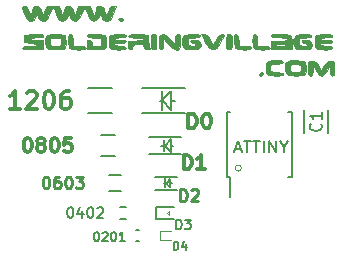
<source format=gto>
G04 #@! TF.FileFunction,Legend,Top*
%FSLAX46Y46*%
G04 Gerber Fmt 4.6, Leading zero omitted, Abs format (unit mm)*
G04 Created by KiCad (PCBNEW 4.0.6) date 10/10/19 11:50:36*
%MOMM*%
%LPD*%
G01*
G04 APERTURE LIST*
%ADD10C,0.100000*%
%ADD11C,0.150000*%
%ADD12C,0.200000*%
%ADD13C,0.250000*%
%ADD14C,0.300000*%
%ADD15C,0.010000*%
%ADD16C,0.175000*%
%ADD17C,0.312500*%
G04 APERTURE END LIST*
D10*
D11*
X202202143Y-103214714D02*
X202274715Y-103214714D01*
X202347286Y-103251000D01*
X202383572Y-103287286D01*
X202419858Y-103359857D01*
X202456143Y-103505000D01*
X202456143Y-103686429D01*
X202419858Y-103831571D01*
X202383572Y-103904143D01*
X202347286Y-103940429D01*
X202274715Y-103976714D01*
X202202143Y-103976714D01*
X202129572Y-103940429D01*
X202093286Y-103904143D01*
X202057001Y-103831571D01*
X202020715Y-103686429D01*
X202020715Y-103505000D01*
X202057001Y-103359857D01*
X202093286Y-103287286D01*
X202129572Y-103251000D01*
X202202143Y-103214714D01*
X202746429Y-103287286D02*
X202782715Y-103251000D01*
X202855286Y-103214714D01*
X203036715Y-103214714D01*
X203109286Y-103251000D01*
X203145572Y-103287286D01*
X203181857Y-103359857D01*
X203181857Y-103432429D01*
X203145572Y-103541286D01*
X202710143Y-103976714D01*
X203181857Y-103976714D01*
X203653571Y-103214714D02*
X203726143Y-103214714D01*
X203798714Y-103251000D01*
X203835000Y-103287286D01*
X203871286Y-103359857D01*
X203907571Y-103505000D01*
X203907571Y-103686429D01*
X203871286Y-103831571D01*
X203835000Y-103904143D01*
X203798714Y-103940429D01*
X203726143Y-103976714D01*
X203653571Y-103976714D01*
X203581000Y-103940429D01*
X203544714Y-103904143D01*
X203508429Y-103831571D01*
X203472143Y-103686429D01*
X203472143Y-103505000D01*
X203508429Y-103359857D01*
X203544714Y-103287286D01*
X203581000Y-103251000D01*
X203653571Y-103214714D01*
X204633285Y-103976714D02*
X204197857Y-103976714D01*
X204415571Y-103976714D02*
X204415571Y-103214714D01*
X204343000Y-103323571D01*
X204270428Y-103396143D01*
X204197857Y-103432429D01*
D12*
X199982666Y-101113167D02*
X200067333Y-101113167D01*
X200151999Y-101155500D01*
X200194333Y-101197833D01*
X200236666Y-101282500D01*
X200278999Y-101451833D01*
X200278999Y-101663500D01*
X200236666Y-101832833D01*
X200194333Y-101917500D01*
X200151999Y-101959833D01*
X200067333Y-102002167D01*
X199982666Y-102002167D01*
X199897999Y-101959833D01*
X199855666Y-101917500D01*
X199813333Y-101832833D01*
X199770999Y-101663500D01*
X199770999Y-101451833D01*
X199813333Y-101282500D01*
X199855666Y-101197833D01*
X199897999Y-101155500D01*
X199982666Y-101113167D01*
X201041000Y-101409500D02*
X201041000Y-102002167D01*
X200829333Y-101070833D02*
X200617666Y-101705833D01*
X201168000Y-101705833D01*
X201676000Y-101113167D02*
X201760667Y-101113167D01*
X201845333Y-101155500D01*
X201887667Y-101197833D01*
X201930000Y-101282500D01*
X201972333Y-101451833D01*
X201972333Y-101663500D01*
X201930000Y-101832833D01*
X201887667Y-101917500D01*
X201845333Y-101959833D01*
X201760667Y-102002167D01*
X201676000Y-102002167D01*
X201591333Y-101959833D01*
X201549000Y-101917500D01*
X201506667Y-101832833D01*
X201464333Y-101663500D01*
X201464333Y-101451833D01*
X201506667Y-101282500D01*
X201549000Y-101197833D01*
X201591333Y-101155500D01*
X201676000Y-101113167D01*
X202311000Y-101197833D02*
X202353334Y-101155500D01*
X202438000Y-101113167D01*
X202649667Y-101113167D01*
X202734334Y-101155500D01*
X202776667Y-101197833D01*
X202819000Y-101282500D01*
X202819000Y-101367167D01*
X202776667Y-101494167D01*
X202268667Y-102002167D01*
X202819000Y-102002167D01*
D13*
X197913809Y-98512381D02*
X198009048Y-98512381D01*
X198104286Y-98560000D01*
X198151905Y-98607619D01*
X198199524Y-98702857D01*
X198247143Y-98893333D01*
X198247143Y-99131429D01*
X198199524Y-99321905D01*
X198151905Y-99417143D01*
X198104286Y-99464762D01*
X198009048Y-99512381D01*
X197913809Y-99512381D01*
X197818571Y-99464762D01*
X197770952Y-99417143D01*
X197723333Y-99321905D01*
X197675714Y-99131429D01*
X197675714Y-98893333D01*
X197723333Y-98702857D01*
X197770952Y-98607619D01*
X197818571Y-98560000D01*
X197913809Y-98512381D01*
X199104286Y-98512381D02*
X198913809Y-98512381D01*
X198818571Y-98560000D01*
X198770952Y-98607619D01*
X198675714Y-98750476D01*
X198628095Y-98940952D01*
X198628095Y-99321905D01*
X198675714Y-99417143D01*
X198723333Y-99464762D01*
X198818571Y-99512381D01*
X199009048Y-99512381D01*
X199104286Y-99464762D01*
X199151905Y-99417143D01*
X199199524Y-99321905D01*
X199199524Y-99083810D01*
X199151905Y-98988571D01*
X199104286Y-98940952D01*
X199009048Y-98893333D01*
X198818571Y-98893333D01*
X198723333Y-98940952D01*
X198675714Y-98988571D01*
X198628095Y-99083810D01*
X199818571Y-98512381D02*
X199913810Y-98512381D01*
X200009048Y-98560000D01*
X200056667Y-98607619D01*
X200104286Y-98702857D01*
X200151905Y-98893333D01*
X200151905Y-99131429D01*
X200104286Y-99321905D01*
X200056667Y-99417143D01*
X200009048Y-99464762D01*
X199913810Y-99512381D01*
X199818571Y-99512381D01*
X199723333Y-99464762D01*
X199675714Y-99417143D01*
X199628095Y-99321905D01*
X199580476Y-99131429D01*
X199580476Y-98893333D01*
X199628095Y-98702857D01*
X199675714Y-98607619D01*
X199723333Y-98560000D01*
X199818571Y-98512381D01*
X200485238Y-98512381D02*
X201104286Y-98512381D01*
X200770952Y-98893333D01*
X200913810Y-98893333D01*
X201009048Y-98940952D01*
X201056667Y-98988571D01*
X201104286Y-99083810D01*
X201104286Y-99321905D01*
X201056667Y-99417143D01*
X201009048Y-99464762D01*
X200913810Y-99512381D01*
X200628095Y-99512381D01*
X200532857Y-99464762D01*
X200485238Y-99417143D01*
D14*
X196348572Y-95227857D02*
X196462857Y-95227857D01*
X196577143Y-95285000D01*
X196634286Y-95342143D01*
X196691429Y-95456429D01*
X196748572Y-95685000D01*
X196748572Y-95970714D01*
X196691429Y-96199286D01*
X196634286Y-96313571D01*
X196577143Y-96370714D01*
X196462857Y-96427857D01*
X196348572Y-96427857D01*
X196234286Y-96370714D01*
X196177143Y-96313571D01*
X196120000Y-96199286D01*
X196062857Y-95970714D01*
X196062857Y-95685000D01*
X196120000Y-95456429D01*
X196177143Y-95342143D01*
X196234286Y-95285000D01*
X196348572Y-95227857D01*
X197434286Y-95742143D02*
X197320000Y-95685000D01*
X197262857Y-95627857D01*
X197205714Y-95513571D01*
X197205714Y-95456429D01*
X197262857Y-95342143D01*
X197320000Y-95285000D01*
X197434286Y-95227857D01*
X197662857Y-95227857D01*
X197777143Y-95285000D01*
X197834286Y-95342143D01*
X197891429Y-95456429D01*
X197891429Y-95513571D01*
X197834286Y-95627857D01*
X197777143Y-95685000D01*
X197662857Y-95742143D01*
X197434286Y-95742143D01*
X197320000Y-95799286D01*
X197262857Y-95856429D01*
X197205714Y-95970714D01*
X197205714Y-96199286D01*
X197262857Y-96313571D01*
X197320000Y-96370714D01*
X197434286Y-96427857D01*
X197662857Y-96427857D01*
X197777143Y-96370714D01*
X197834286Y-96313571D01*
X197891429Y-96199286D01*
X197891429Y-95970714D01*
X197834286Y-95856429D01*
X197777143Y-95799286D01*
X197662857Y-95742143D01*
X198634286Y-95227857D02*
X198748571Y-95227857D01*
X198862857Y-95285000D01*
X198920000Y-95342143D01*
X198977143Y-95456429D01*
X199034286Y-95685000D01*
X199034286Y-95970714D01*
X198977143Y-96199286D01*
X198920000Y-96313571D01*
X198862857Y-96370714D01*
X198748571Y-96427857D01*
X198634286Y-96427857D01*
X198520000Y-96370714D01*
X198462857Y-96313571D01*
X198405714Y-96199286D01*
X198348571Y-95970714D01*
X198348571Y-95685000D01*
X198405714Y-95456429D01*
X198462857Y-95342143D01*
X198520000Y-95285000D01*
X198634286Y-95227857D01*
X200120000Y-95227857D02*
X199548571Y-95227857D01*
X199491428Y-95799286D01*
X199548571Y-95742143D01*
X199662857Y-95685000D01*
X199948571Y-95685000D01*
X200062857Y-95742143D01*
X200120000Y-95799286D01*
X200177143Y-95913571D01*
X200177143Y-96199286D01*
X200120000Y-96313571D01*
X200062857Y-96370714D01*
X199948571Y-96427857D01*
X199662857Y-96427857D01*
X199548571Y-96370714D01*
X199491428Y-96313571D01*
X195770715Y-92753571D02*
X194913572Y-92753571D01*
X195342144Y-92753571D02*
X195342144Y-91253571D01*
X195199287Y-91467857D01*
X195056429Y-91610714D01*
X194913572Y-91682143D01*
X196342143Y-91396429D02*
X196413572Y-91325000D01*
X196556429Y-91253571D01*
X196913572Y-91253571D01*
X197056429Y-91325000D01*
X197127858Y-91396429D01*
X197199286Y-91539286D01*
X197199286Y-91682143D01*
X197127858Y-91896429D01*
X196270715Y-92753571D01*
X197199286Y-92753571D01*
X198127857Y-91253571D02*
X198270714Y-91253571D01*
X198413571Y-91325000D01*
X198485000Y-91396429D01*
X198556429Y-91539286D01*
X198627857Y-91825000D01*
X198627857Y-92182143D01*
X198556429Y-92467857D01*
X198485000Y-92610714D01*
X198413571Y-92682143D01*
X198270714Y-92753571D01*
X198127857Y-92753571D01*
X197985000Y-92682143D01*
X197913571Y-92610714D01*
X197842143Y-92467857D01*
X197770714Y-92182143D01*
X197770714Y-91825000D01*
X197842143Y-91539286D01*
X197913571Y-91396429D01*
X197985000Y-91325000D01*
X198127857Y-91253571D01*
X199913571Y-91253571D02*
X199627857Y-91253571D01*
X199485000Y-91325000D01*
X199413571Y-91396429D01*
X199270714Y-91610714D01*
X199199285Y-91896429D01*
X199199285Y-92467857D01*
X199270714Y-92610714D01*
X199342142Y-92682143D01*
X199485000Y-92753571D01*
X199770714Y-92753571D01*
X199913571Y-92682143D01*
X199985000Y-92610714D01*
X200056428Y-92467857D01*
X200056428Y-92110714D01*
X199985000Y-91967857D01*
X199913571Y-91896429D01*
X199770714Y-91825000D01*
X199485000Y-91825000D01*
X199342142Y-91896429D01*
X199270714Y-91967857D01*
X199199285Y-92110714D01*
D10*
X208580000Y-103905000D02*
X207580000Y-103905000D01*
X207580000Y-103905000D02*
X207580000Y-103105000D01*
X207580000Y-103105000D02*
X208580000Y-103105000D01*
D11*
X208780000Y-102100000D02*
X207280000Y-102100000D01*
X207280000Y-102100000D02*
X207280000Y-101100000D01*
X207280000Y-101100000D02*
X208780000Y-101100000D01*
D10*
X208380000Y-101750000D02*
X208380000Y-101450000D01*
X208180000Y-101600000D02*
X208380000Y-101750000D01*
X208180000Y-101600000D02*
X208380000Y-101450000D01*
D11*
X207780000Y-92775000D02*
X207780000Y-92875000D01*
X207780000Y-91375000D02*
X207780000Y-91275000D01*
X208580000Y-92075000D02*
X208880000Y-92075000D01*
X208580000Y-92875000D02*
X208580000Y-91375000D01*
X208580000Y-91375000D02*
X208580000Y-91275000D01*
X208480000Y-92775000D02*
X208580000Y-92875000D01*
X208480000Y-91375000D02*
X208580000Y-91275000D01*
X207580000Y-92075000D02*
X207780000Y-92075000D01*
X207780000Y-92575000D02*
X207780000Y-92775000D01*
X207780000Y-91575000D02*
X207780000Y-91375000D01*
X207880000Y-92075000D02*
X208480000Y-92775000D01*
X208480000Y-91375000D02*
X207880000Y-91975000D01*
X206130000Y-93125000D02*
X209730000Y-93125000D01*
X206130000Y-91025000D02*
X209730000Y-91025000D01*
X207780000Y-91575000D02*
X207780000Y-92575000D01*
X219828000Y-92853000D02*
X219828000Y-94853000D01*
X221878000Y-94853000D02*
X221878000Y-92853000D01*
X208580000Y-95885000D02*
X208730000Y-95885000D01*
X207730000Y-95885000D02*
X208080000Y-95885000D01*
X208030000Y-95885000D02*
X208580000Y-95335000D01*
X208580000Y-95335000D02*
X208580000Y-96435000D01*
X208580000Y-96435000D02*
X208030000Y-95885000D01*
X207930000Y-95535000D02*
X207930000Y-95385000D01*
X207930000Y-96235000D02*
X207930000Y-96385000D01*
X206680000Y-96635000D02*
X209380000Y-96635000D01*
X206680000Y-95135000D02*
X209380000Y-95135000D01*
X207930000Y-95535000D02*
X207930000Y-96235000D01*
X208480000Y-99060000D02*
X208630000Y-99060000D01*
X207930000Y-99060000D02*
X208130000Y-99060000D01*
X208180000Y-99060000D02*
X208480000Y-98710000D01*
X208480000Y-98710000D02*
X208480000Y-99410000D01*
X208480000Y-99410000D02*
X208080000Y-99060000D01*
X208080000Y-99060000D02*
X208130000Y-99060000D01*
X208080000Y-98660000D02*
X208080000Y-99410000D01*
X207180000Y-99610000D02*
X209080000Y-99610000D01*
X207180000Y-98510000D02*
X209080000Y-98510000D01*
D10*
X214503000Y-97790000D02*
G75*
G03X214503000Y-97790000I-254000J0D01*
G01*
D11*
X213272000Y-98508000D02*
X213572000Y-98508000D01*
X213272000Y-93008000D02*
X213572000Y-93008000D01*
X218782000Y-93008000D02*
X218482000Y-93008000D01*
X218782000Y-98508000D02*
X218482000Y-98508000D01*
X213272000Y-98508000D02*
X213272000Y-93008000D01*
X218782000Y-98508000D02*
X218782000Y-93008000D01*
X213572000Y-98508000D02*
X213572000Y-100258000D01*
X201565000Y-91000000D02*
X203565000Y-91000000D01*
X203565000Y-93150000D02*
X201565000Y-93150000D01*
X202600000Y-95010000D02*
X203800000Y-95010000D01*
X203800000Y-96760000D02*
X202600000Y-96760000D01*
X203335000Y-98385000D02*
X204335000Y-98385000D01*
X204335000Y-99735000D02*
X203335000Y-99735000D01*
X204220000Y-102125000D02*
X204720000Y-102125000D01*
X204720000Y-101075000D02*
X204220000Y-101075000D01*
X205625000Y-103945000D02*
X205855000Y-103945000D01*
X205855000Y-103065000D02*
X205625000Y-103065000D01*
D15*
G36*
X216339077Y-89742843D02*
X216373363Y-89823636D01*
X216296360Y-89936467D01*
X216188636Y-89962181D01*
X216038195Y-89904429D01*
X216003909Y-89823636D01*
X216080912Y-89710805D01*
X216188636Y-89685091D01*
X216339077Y-89742843D01*
X216339077Y-89742843D01*
G37*
X216339077Y-89742843D02*
X216373363Y-89823636D01*
X216296360Y-89936467D01*
X216188636Y-89962181D01*
X216038195Y-89904429D01*
X216003909Y-89823636D01*
X216080912Y-89710805D01*
X216188636Y-89685091D01*
X216339077Y-89742843D01*
G36*
X217753355Y-88677650D02*
X217948909Y-88708355D01*
X218028679Y-88768746D01*
X218035909Y-88807636D01*
X217989837Y-88891639D01*
X217828431Y-88934612D01*
X217534133Y-88946181D01*
X217233306Y-88957198D01*
X217067420Y-89001024D01*
X216987444Y-89093823D01*
X216973727Y-89130909D01*
X216951800Y-89376562D01*
X216973727Y-89500363D01*
X217038394Y-89609825D01*
X217175197Y-89665774D01*
X217433168Y-89684374D01*
X217534133Y-89685091D01*
X217838370Y-89697811D01*
X217994008Y-89742377D01*
X218035909Y-89823636D01*
X217997106Y-89899853D01*
X217857910Y-89942990D01*
X217584137Y-89960587D01*
X217407836Y-89962181D01*
X217049081Y-89945979D01*
X216782956Y-89902399D01*
X216668927Y-89851345D01*
X216601794Y-89696830D01*
X216562411Y-89437219D01*
X216558091Y-89315636D01*
X216580886Y-89035497D01*
X216638337Y-88827078D01*
X216668927Y-88779927D01*
X216821189Y-88719476D01*
X217107418Y-88680204D01*
X217407836Y-88669091D01*
X217753355Y-88677650D01*
X217753355Y-88677650D01*
G37*
X217753355Y-88677650D02*
X217948909Y-88708355D01*
X218028679Y-88768746D01*
X218035909Y-88807636D01*
X217989837Y-88891639D01*
X217828431Y-88934612D01*
X217534133Y-88946181D01*
X217233306Y-88957198D01*
X217067420Y-89001024D01*
X216987444Y-89093823D01*
X216973727Y-89130909D01*
X216951800Y-89376562D01*
X216973727Y-89500363D01*
X217038394Y-89609825D01*
X217175197Y-89665774D01*
X217433168Y-89684374D01*
X217534133Y-89685091D01*
X217838370Y-89697811D01*
X217994008Y-89742377D01*
X218035909Y-89823636D01*
X217997106Y-89899853D01*
X217857910Y-89942990D01*
X217584137Y-89960587D01*
X217407836Y-89962181D01*
X217049081Y-89945979D01*
X216782956Y-89902399D01*
X216668927Y-89851345D01*
X216601794Y-89696830D01*
X216562411Y-89437219D01*
X216558091Y-89315636D01*
X216580886Y-89035497D01*
X216638337Y-88827078D01*
X216668927Y-88779927D01*
X216821189Y-88719476D01*
X217107418Y-88680204D01*
X217407836Y-88669091D01*
X217753355Y-88677650D01*
G36*
X219471158Y-88684795D02*
X219744737Y-88727492D01*
X219864709Y-88779927D01*
X219931842Y-88934442D01*
X219971225Y-89194053D01*
X219975545Y-89315636D01*
X219952750Y-89595775D01*
X219895299Y-89804194D01*
X219864709Y-89851345D01*
X219709600Y-89912786D01*
X219432624Y-89949563D01*
X219094988Y-89961675D01*
X218757899Y-89949122D01*
X218482562Y-89911906D01*
X218331472Y-89851345D01*
X218264339Y-89696830D01*
X218224956Y-89437219D01*
X218222739Y-89374809D01*
X218615046Y-89374809D01*
X218637778Y-89505108D01*
X218703045Y-89621118D01*
X218836234Y-89669811D01*
X219091610Y-89669044D01*
X219128912Y-89666745D01*
X219390241Y-89642837D01*
X219516371Y-89588975D01*
X219556551Y-89465040D01*
X219559909Y-89315636D01*
X219550536Y-89119019D01*
X219489587Y-89020477D01*
X219327813Y-88979892D01*
X219128912Y-88964527D01*
X218857036Y-88959474D01*
X218713228Y-89001944D01*
X218643223Y-89109796D01*
X218637778Y-89126164D01*
X218615046Y-89374809D01*
X218222739Y-89374809D01*
X218220636Y-89315636D01*
X218243431Y-89035497D01*
X218300882Y-88827078D01*
X218331472Y-88779927D01*
X218484788Y-88719527D01*
X218776435Y-88680505D01*
X219098091Y-88669091D01*
X219471158Y-88684795D01*
X219471158Y-88684795D01*
G37*
X219471158Y-88684795D02*
X219744737Y-88727492D01*
X219864709Y-88779927D01*
X219931842Y-88934442D01*
X219971225Y-89194053D01*
X219975545Y-89315636D01*
X219952750Y-89595775D01*
X219895299Y-89804194D01*
X219864709Y-89851345D01*
X219709600Y-89912786D01*
X219432624Y-89949563D01*
X219094988Y-89961675D01*
X218757899Y-89949122D01*
X218482562Y-89911906D01*
X218331472Y-89851345D01*
X218264339Y-89696830D01*
X218224956Y-89437219D01*
X218222739Y-89374809D01*
X218615046Y-89374809D01*
X218637778Y-89505108D01*
X218703045Y-89621118D01*
X218836234Y-89669811D01*
X219091610Y-89669044D01*
X219128912Y-89666745D01*
X219390241Y-89642837D01*
X219516371Y-89588975D01*
X219556551Y-89465040D01*
X219559909Y-89315636D01*
X219550536Y-89119019D01*
X219489587Y-89020477D01*
X219327813Y-88979892D01*
X219128912Y-88964527D01*
X218857036Y-88959474D01*
X218713228Y-89001944D01*
X218643223Y-89109796D01*
X218637778Y-89126164D01*
X218615046Y-89374809D01*
X218222739Y-89374809D01*
X218220636Y-89315636D01*
X218243431Y-89035497D01*
X218300882Y-88827078D01*
X218331472Y-88779927D01*
X218484788Y-88719527D01*
X218776435Y-88680505D01*
X219098091Y-88669091D01*
X219471158Y-88684795D01*
G36*
X222269114Y-88750971D02*
X222339479Y-88835871D01*
X222369934Y-89006939D01*
X222376950Y-89310328D01*
X222377000Y-89363577D01*
X222370958Y-89688443D01*
X222344704Y-89869385D01*
X222286042Y-89947032D01*
X222197333Y-89962181D01*
X222083956Y-89930468D01*
X222022141Y-89805611D01*
X221990684Y-89543034D01*
X221989515Y-89525299D01*
X221961363Y-89088416D01*
X221730454Y-89528551D01*
X221525110Y-89834439D01*
X221322153Y-89957078D01*
X221115654Y-89896287D01*
X220899680Y-89651885D01*
X220808017Y-89500363D01*
X220575909Y-89084727D01*
X220547757Y-89523454D01*
X220517419Y-89794844D01*
X220458058Y-89926212D01*
X220348578Y-89962093D01*
X220339939Y-89962181D01*
X220242433Y-89942053D01*
X220188125Y-89854580D01*
X220164819Y-89659133D01*
X220160272Y-89363577D01*
X220165397Y-89038932D01*
X220191753Y-88852798D01*
X220255809Y-88759021D01*
X220374036Y-88711448D01*
X220394903Y-88706085D01*
X220668465Y-88724570D01*
X220909147Y-88917020D01*
X221086675Y-89229950D01*
X221183982Y-89417417D01*
X221265831Y-89500160D01*
X221268636Y-89500363D01*
X221348605Y-89424379D01*
X221446189Y-89240467D01*
X221450597Y-89229950D01*
X221650900Y-88889587D01*
X221895536Y-88714515D01*
X222142369Y-88706085D01*
X222269114Y-88750971D01*
X222269114Y-88750971D01*
G37*
X222269114Y-88750971D02*
X222339479Y-88835871D01*
X222369934Y-89006939D01*
X222376950Y-89310328D01*
X222377000Y-89363577D01*
X222370958Y-89688443D01*
X222344704Y-89869385D01*
X222286042Y-89947032D01*
X222197333Y-89962181D01*
X222083956Y-89930468D01*
X222022141Y-89805611D01*
X221990684Y-89543034D01*
X221989515Y-89525299D01*
X221961363Y-89088416D01*
X221730454Y-89528551D01*
X221525110Y-89834439D01*
X221322153Y-89957078D01*
X221115654Y-89896287D01*
X220899680Y-89651885D01*
X220808017Y-89500363D01*
X220575909Y-89084727D01*
X220547757Y-89523454D01*
X220517419Y-89794844D01*
X220458058Y-89926212D01*
X220348578Y-89962093D01*
X220339939Y-89962181D01*
X220242433Y-89942053D01*
X220188125Y-89854580D01*
X220164819Y-89659133D01*
X220160272Y-89363577D01*
X220165397Y-89038932D01*
X220191753Y-88852798D01*
X220255809Y-88759021D01*
X220374036Y-88711448D01*
X220394903Y-88706085D01*
X220668465Y-88724570D01*
X220909147Y-88917020D01*
X221086675Y-89229950D01*
X221183982Y-89417417D01*
X221265831Y-89500160D01*
X221268636Y-89500363D01*
X221348605Y-89424379D01*
X221446189Y-89240467D01*
X221450597Y-89229950D01*
X221650900Y-88889587D01*
X221895536Y-88714515D01*
X222142369Y-88706085D01*
X222269114Y-88750971D01*
G36*
X197546815Y-86474037D02*
X197673082Y-86507733D01*
X197714785Y-86569493D01*
X197715909Y-86587313D01*
X197678659Y-86666595D01*
X197543170Y-86710712D01*
X197273833Y-86728096D01*
X197115545Y-86729454D01*
X196801819Y-86742504D01*
X196587026Y-86777075D01*
X196515182Y-86821818D01*
X196600008Y-86870083D01*
X196824716Y-86903128D01*
X197115545Y-86914181D01*
X197715909Y-86914181D01*
X197715909Y-87745454D01*
X196838454Y-87745454D01*
X196417838Y-87740177D01*
X196151618Y-87721270D01*
X196009682Y-87684117D01*
X195961920Y-87624102D01*
X195961000Y-87610955D01*
X196006940Y-87535750D01*
X196164917Y-87486993D01*
X196465162Y-87457385D01*
X196630636Y-87449319D01*
X197014974Y-87417716D01*
X197223220Y-87367472D01*
X197253620Y-87308067D01*
X197104417Y-87248987D01*
X196773858Y-87199714D01*
X196678383Y-87191272D01*
X196099545Y-87145091D01*
X196099545Y-86498545D01*
X196907727Y-86471858D01*
X197302768Y-86463660D01*
X197546815Y-86474037D01*
X197546815Y-86474037D01*
G37*
X197546815Y-86474037D02*
X197673082Y-86507733D01*
X197714785Y-86569493D01*
X197715909Y-86587313D01*
X197678659Y-86666595D01*
X197543170Y-86710712D01*
X197273833Y-86728096D01*
X197115545Y-86729454D01*
X196801819Y-86742504D01*
X196587026Y-86777075D01*
X196515182Y-86821818D01*
X196600008Y-86870083D01*
X196824716Y-86903128D01*
X197115545Y-86914181D01*
X197715909Y-86914181D01*
X197715909Y-87745454D01*
X196838454Y-87745454D01*
X196417838Y-87740177D01*
X196151618Y-87721270D01*
X196009682Y-87684117D01*
X195961920Y-87624102D01*
X195961000Y-87610955D01*
X196006940Y-87535750D01*
X196164917Y-87486993D01*
X196465162Y-87457385D01*
X196630636Y-87449319D01*
X197014974Y-87417716D01*
X197223220Y-87367472D01*
X197253620Y-87308067D01*
X197104417Y-87248987D01*
X196773858Y-87199714D01*
X196678383Y-87191272D01*
X196099545Y-87145091D01*
X196099545Y-86498545D01*
X196907727Y-86471858D01*
X197302768Y-86463660D01*
X197546815Y-86474037D01*
G36*
X199151158Y-86468067D02*
X199424737Y-86510765D01*
X199544709Y-86563200D01*
X199617860Y-86733684D01*
X199650560Y-87006331D01*
X199642810Y-87303059D01*
X199594610Y-87545787D01*
X199544709Y-87634618D01*
X199391394Y-87695017D01*
X199099746Y-87734039D01*
X198778091Y-87745454D01*
X198405023Y-87729750D01*
X198131444Y-87687053D01*
X198011472Y-87634618D01*
X197938322Y-87464133D01*
X197905621Y-87191486D01*
X197906493Y-87158082D01*
X198295046Y-87158082D01*
X198317778Y-87288381D01*
X198383045Y-87404391D01*
X198516234Y-87453083D01*
X198771610Y-87452317D01*
X198808912Y-87450017D01*
X199070241Y-87426110D01*
X199196371Y-87372248D01*
X199236551Y-87248313D01*
X199239909Y-87098909D01*
X199230536Y-86902291D01*
X199169587Y-86803750D01*
X199007813Y-86763165D01*
X198808912Y-86747800D01*
X198537036Y-86742746D01*
X198393228Y-86785216D01*
X198323223Y-86893069D01*
X198317778Y-86909436D01*
X198295046Y-87158082D01*
X197906493Y-87158082D01*
X197913371Y-86894758D01*
X197961571Y-86652030D01*
X198011472Y-86563200D01*
X198164788Y-86502800D01*
X198456435Y-86463778D01*
X198778091Y-86452363D01*
X199151158Y-86468067D01*
X199151158Y-86468067D01*
G37*
X199151158Y-86468067D02*
X199424737Y-86510765D01*
X199544709Y-86563200D01*
X199617860Y-86733684D01*
X199650560Y-87006331D01*
X199642810Y-87303059D01*
X199594610Y-87545787D01*
X199544709Y-87634618D01*
X199391394Y-87695017D01*
X199099746Y-87734039D01*
X198778091Y-87745454D01*
X198405023Y-87729750D01*
X198131444Y-87687053D01*
X198011472Y-87634618D01*
X197938322Y-87464133D01*
X197905621Y-87191486D01*
X197906493Y-87158082D01*
X198295046Y-87158082D01*
X198317778Y-87288381D01*
X198383045Y-87404391D01*
X198516234Y-87453083D01*
X198771610Y-87452317D01*
X198808912Y-87450017D01*
X199070241Y-87426110D01*
X199196371Y-87372248D01*
X199236551Y-87248313D01*
X199239909Y-87098909D01*
X199230536Y-86902291D01*
X199169587Y-86803750D01*
X199007813Y-86763165D01*
X198808912Y-86747800D01*
X198537036Y-86742746D01*
X198393228Y-86785216D01*
X198323223Y-86893069D01*
X198317778Y-86909436D01*
X198295046Y-87158082D01*
X197906493Y-87158082D01*
X197913371Y-86894758D01*
X197961571Y-86652030D01*
X198011472Y-86563200D01*
X198164788Y-86502800D01*
X198456435Y-86463778D01*
X198778091Y-86452363D01*
X199151158Y-86468067D01*
G36*
X200128557Y-86480459D02*
X200189430Y-86593675D01*
X200221388Y-86835401D01*
X200227991Y-86937272D01*
X200255909Y-87422181D01*
X200787000Y-87449882D01*
X201110495Y-87481142D01*
X201277843Y-87537709D01*
X201318091Y-87611518D01*
X201235524Y-87682097D01*
X201024091Y-87728562D01*
X200738187Y-87749993D01*
X200432213Y-87745470D01*
X200160564Y-87714074D01*
X199977639Y-87654887D01*
X199951109Y-87634618D01*
X199890578Y-87486552D01*
X199850320Y-87220360D01*
X199840272Y-86988072D01*
X199847755Y-86684310D01*
X199879728Y-86522440D01*
X199950483Y-86459908D01*
X200020173Y-86452363D01*
X200128557Y-86480459D01*
X200128557Y-86480459D01*
G37*
X200128557Y-86480459D02*
X200189430Y-86593675D01*
X200221388Y-86835401D01*
X200227991Y-86937272D01*
X200255909Y-87422181D01*
X200787000Y-87449882D01*
X201110495Y-87481142D01*
X201277843Y-87537709D01*
X201318091Y-87611518D01*
X201235524Y-87682097D01*
X201024091Y-87728562D01*
X200738187Y-87749993D01*
X200432213Y-87745470D01*
X200160564Y-87714074D01*
X199977639Y-87654887D01*
X199951109Y-87634618D01*
X199890578Y-87486552D01*
X199850320Y-87220360D01*
X199840272Y-86988072D01*
X199847755Y-86684310D01*
X199879728Y-86522440D01*
X199950483Y-86459908D01*
X200020173Y-86452363D01*
X200128557Y-86480459D01*
G36*
X202536495Y-86466998D02*
X202827538Y-86507671D01*
X202962163Y-86563200D01*
X203035314Y-86733684D01*
X203068015Y-87006331D01*
X203060265Y-87303059D01*
X203012065Y-87545787D01*
X202962163Y-87634618D01*
X202806890Y-87694767D01*
X202503996Y-87733285D01*
X202130891Y-87745454D01*
X201410454Y-87745454D01*
X201410454Y-87323394D01*
X201419253Y-87066047D01*
X201461553Y-86948118D01*
X201561207Y-86924550D01*
X201618272Y-86930848D01*
X201788869Y-87017555D01*
X201855798Y-87219351D01*
X201889666Y-87381888D01*
X201977957Y-87450650D01*
X202176314Y-87456549D01*
X202271434Y-87450260D01*
X202514841Y-87422774D01*
X202625726Y-87356331D01*
X202656101Y-87203576D01*
X202657363Y-87098909D01*
X202657363Y-86775636D01*
X202033909Y-86748325D01*
X201682382Y-86722389D01*
X201485300Y-86677840D01*
X201412698Y-86606909D01*
X201410454Y-86586689D01*
X201449273Y-86516545D01*
X201586949Y-86474830D01*
X201855307Y-86455611D01*
X202130891Y-86452363D01*
X202536495Y-86466998D01*
X202536495Y-86466998D01*
G37*
X202536495Y-86466998D02*
X202827538Y-86507671D01*
X202962163Y-86563200D01*
X203035314Y-86733684D01*
X203068015Y-87006331D01*
X203060265Y-87303059D01*
X203012065Y-87545787D01*
X202962163Y-87634618D01*
X202806890Y-87694767D01*
X202503996Y-87733285D01*
X202130891Y-87745454D01*
X201410454Y-87745454D01*
X201410454Y-87323394D01*
X201419253Y-87066047D01*
X201461553Y-86948118D01*
X201561207Y-86924550D01*
X201618272Y-86930848D01*
X201788869Y-87017555D01*
X201855798Y-87219351D01*
X201889666Y-87381888D01*
X201977957Y-87450650D01*
X202176314Y-87456549D01*
X202271434Y-87450260D01*
X202514841Y-87422774D01*
X202625726Y-87356331D01*
X202656101Y-87203576D01*
X202657363Y-87098909D01*
X202657363Y-86775636D01*
X202033909Y-86748325D01*
X201682382Y-86722389D01*
X201485300Y-86677840D01*
X201412698Y-86606909D01*
X201410454Y-86586689D01*
X201449273Y-86516545D01*
X201586949Y-86474830D01*
X201855307Y-86455611D01*
X202130891Y-86452363D01*
X202536495Y-86466998D01*
G36*
X204452992Y-86460923D02*
X204648545Y-86491628D01*
X204728315Y-86552019D01*
X204735545Y-86590909D01*
X204689532Y-86674855D01*
X204528298Y-86717834D01*
X204232996Y-86729454D01*
X203943736Y-86745169D01*
X203736307Y-86785572D01*
X203673363Y-86821818D01*
X203722519Y-86875756D01*
X203936253Y-86907306D01*
X204175912Y-86914181D01*
X204499491Y-86924639D01*
X204673988Y-86961749D01*
X204734166Y-87034117D01*
X204735545Y-87052727D01*
X204693433Y-87132695D01*
X204543929Y-87175897D01*
X204252284Y-87190901D01*
X204173666Y-87191272D01*
X203825359Y-87213315D01*
X203652271Y-87267618D01*
X203651790Y-87336438D01*
X203821303Y-87402036D01*
X204158196Y-87446670D01*
X204211751Y-87449882D01*
X204532953Y-87481651D01*
X204697776Y-87539407D01*
X204735545Y-87611518D01*
X204652979Y-87682097D01*
X204441545Y-87728562D01*
X204155642Y-87749993D01*
X203849667Y-87745470D01*
X203578018Y-87714074D01*
X203395094Y-87654887D01*
X203368563Y-87634618D01*
X203295413Y-87464133D01*
X203262712Y-87191486D01*
X203270462Y-86894758D01*
X203318662Y-86652030D01*
X203368563Y-86563200D01*
X203520825Y-86502749D01*
X203807055Y-86463476D01*
X204107472Y-86452363D01*
X204452992Y-86460923D01*
X204452992Y-86460923D01*
G37*
X204452992Y-86460923D02*
X204648545Y-86491628D01*
X204728315Y-86552019D01*
X204735545Y-86590909D01*
X204689532Y-86674855D01*
X204528298Y-86717834D01*
X204232996Y-86729454D01*
X203943736Y-86745169D01*
X203736307Y-86785572D01*
X203673363Y-86821818D01*
X203722519Y-86875756D01*
X203936253Y-86907306D01*
X204175912Y-86914181D01*
X204499491Y-86924639D01*
X204673988Y-86961749D01*
X204734166Y-87034117D01*
X204735545Y-87052727D01*
X204693433Y-87132695D01*
X204543929Y-87175897D01*
X204252284Y-87190901D01*
X204173666Y-87191272D01*
X203825359Y-87213315D01*
X203652271Y-87267618D01*
X203651790Y-87336438D01*
X203821303Y-87402036D01*
X204158196Y-87446670D01*
X204211751Y-87449882D01*
X204532953Y-87481651D01*
X204697776Y-87539407D01*
X204735545Y-87611518D01*
X204652979Y-87682097D01*
X204441545Y-87728562D01*
X204155642Y-87749993D01*
X203849667Y-87745470D01*
X203578018Y-87714074D01*
X203395094Y-87654887D01*
X203368563Y-87634618D01*
X203295413Y-87464133D01*
X203262712Y-87191486D01*
X203270462Y-86894758D01*
X203318662Y-86652030D01*
X203368563Y-86563200D01*
X203520825Y-86502749D01*
X203807055Y-86463476D01*
X204107472Y-86452363D01*
X204452992Y-86460923D01*
G36*
X206183383Y-86454426D02*
X206441094Y-86488296D01*
X206584592Y-86543579D01*
X206598604Y-86567818D01*
X206612466Y-86734555D01*
X206624901Y-86984459D01*
X206625701Y-87006545D01*
X206654408Y-87294094D01*
X206707764Y-87535475D01*
X206708502Y-87537636D01*
X206735234Y-87692197D01*
X206634768Y-87742612D01*
X206552873Y-87745454D01*
X206357005Y-87686889D01*
X206267798Y-87514545D01*
X206213242Y-87375961D01*
X206104913Y-87307447D01*
X205889079Y-87285051D01*
X205749785Y-87283636D01*
X205476358Y-87291189D01*
X205340194Y-87329684D01*
X205293973Y-87422872D01*
X205289727Y-87514545D01*
X205246432Y-87695615D01*
X205105000Y-87745454D01*
X204983602Y-87714066D01*
X204930332Y-87587555D01*
X204920272Y-87380220D01*
X204920272Y-87014985D01*
X205543727Y-86987674D01*
X205856038Y-86961486D01*
X206079709Y-86918865D01*
X206167149Y-86868948D01*
X206167182Y-86868000D01*
X206082755Y-86818033D01*
X205861204Y-86775191D01*
X205550120Y-86748610D01*
X205543727Y-86748325D01*
X205192201Y-86722389D01*
X204995119Y-86677840D01*
X204922516Y-86606909D01*
X204920272Y-86586689D01*
X205003914Y-86521882D01*
X205221722Y-86475694D01*
X205524020Y-86448683D01*
X205861133Y-86441407D01*
X206183383Y-86454426D01*
X206183383Y-86454426D01*
G37*
X206183383Y-86454426D02*
X206441094Y-86488296D01*
X206584592Y-86543579D01*
X206598604Y-86567818D01*
X206612466Y-86734555D01*
X206624901Y-86984459D01*
X206625701Y-87006545D01*
X206654408Y-87294094D01*
X206707764Y-87535475D01*
X206708502Y-87537636D01*
X206735234Y-87692197D01*
X206634768Y-87742612D01*
X206552873Y-87745454D01*
X206357005Y-87686889D01*
X206267798Y-87514545D01*
X206213242Y-87375961D01*
X206104913Y-87307447D01*
X205889079Y-87285051D01*
X205749785Y-87283636D01*
X205476358Y-87291189D01*
X205340194Y-87329684D01*
X205293973Y-87422872D01*
X205289727Y-87514545D01*
X205246432Y-87695615D01*
X205105000Y-87745454D01*
X204983602Y-87714066D01*
X204930332Y-87587555D01*
X204920272Y-87380220D01*
X204920272Y-87014985D01*
X205543727Y-86987674D01*
X205856038Y-86961486D01*
X206079709Y-86918865D01*
X206167149Y-86868948D01*
X206167182Y-86868000D01*
X206082755Y-86818033D01*
X205861204Y-86775191D01*
X205550120Y-86748610D01*
X205543727Y-86748325D01*
X205192201Y-86722389D01*
X204995119Y-86677840D01*
X204922516Y-86606909D01*
X204920272Y-86586689D01*
X205003914Y-86521882D01*
X205221722Y-86475694D01*
X205524020Y-86448683D01*
X205861133Y-86441407D01*
X206183383Y-86454426D01*
G36*
X207211455Y-86461871D02*
X207280499Y-86517229D01*
X207312324Y-86658690D01*
X207321307Y-86926506D01*
X207321727Y-87098909D01*
X207318331Y-87436693D01*
X207298561Y-87630014D01*
X207248039Y-87719125D01*
X207152390Y-87744277D01*
X207090818Y-87745454D01*
X206970180Y-87735947D01*
X206901137Y-87680589D01*
X206869312Y-87539128D01*
X206860329Y-87271311D01*
X206859909Y-87098909D01*
X206863304Y-86761124D01*
X206883075Y-86567803D01*
X206933597Y-86478693D01*
X207029246Y-86453540D01*
X207090818Y-86452363D01*
X207211455Y-86461871D01*
X207211455Y-86461871D01*
G37*
X207211455Y-86461871D02*
X207280499Y-86517229D01*
X207312324Y-86658690D01*
X207321307Y-86926506D01*
X207321727Y-87098909D01*
X207318331Y-87436693D01*
X207298561Y-87630014D01*
X207248039Y-87719125D01*
X207152390Y-87744277D01*
X207090818Y-87745454D01*
X206970180Y-87735947D01*
X206901137Y-87680589D01*
X206869312Y-87539128D01*
X206860329Y-87271311D01*
X206859909Y-87098909D01*
X206863304Y-86761124D01*
X206883075Y-86567803D01*
X206933597Y-86478693D01*
X207029246Y-86453540D01*
X207090818Y-86452363D01*
X207211455Y-86461871D01*
G36*
X209252444Y-86464645D02*
X209321469Y-86530879D01*
X209348896Y-86695149D01*
X209353727Y-86988072D01*
X209316074Y-87412414D01*
X209205089Y-87667740D01*
X209023735Y-87753271D01*
X208774975Y-87668225D01*
X208461772Y-87411823D01*
X208318635Y-87260579D01*
X207883906Y-86775636D01*
X207879908Y-87260545D01*
X207868573Y-87546138D01*
X207829133Y-87691819D01*
X207744268Y-87742088D01*
X207691182Y-87745454D01*
X207591400Y-87726829D01*
X207535668Y-87643797D01*
X207511514Y-87455628D01*
X207506454Y-87142192D01*
X207518828Y-86785711D01*
X207560692Y-86578929D01*
X207639163Y-86488181D01*
X207645206Y-86485685D01*
X207918403Y-86475128D01*
X208223062Y-86642730D01*
X208545545Y-86970038D01*
X208891909Y-87388618D01*
X208891909Y-86920491D01*
X208899162Y-86644061D01*
X208936362Y-86505285D01*
X209026665Y-86457211D01*
X209122818Y-86452363D01*
X209252444Y-86464645D01*
X209252444Y-86464645D01*
G37*
X209252444Y-86464645D02*
X209321469Y-86530879D01*
X209348896Y-86695149D01*
X209353727Y-86988072D01*
X209316074Y-87412414D01*
X209205089Y-87667740D01*
X209023735Y-87753271D01*
X208774975Y-87668225D01*
X208461772Y-87411823D01*
X208318635Y-87260579D01*
X207883906Y-86775636D01*
X207879908Y-87260545D01*
X207868573Y-87546138D01*
X207829133Y-87691819D01*
X207744268Y-87742088D01*
X207691182Y-87745454D01*
X207591400Y-87726829D01*
X207535668Y-87643797D01*
X207511514Y-87455628D01*
X207506454Y-87142192D01*
X207518828Y-86785711D01*
X207560692Y-86578929D01*
X207639163Y-86488181D01*
X207645206Y-86485685D01*
X207918403Y-86475128D01*
X208223062Y-86642730D01*
X208545545Y-86970038D01*
X208891909Y-87388618D01*
X208891909Y-86920491D01*
X208899162Y-86644061D01*
X208936362Y-86505285D01*
X209026665Y-86457211D01*
X209122818Y-86452363D01*
X209252444Y-86464645D01*
G36*
X210727481Y-86461192D02*
X210928302Y-86492189D01*
X211009816Y-86552117D01*
X211016272Y-86586299D01*
X210959221Y-86670858D01*
X210769528Y-86722955D01*
X210485182Y-86747936D01*
X209954091Y-86775636D01*
X209954091Y-87098909D01*
X209968429Y-87311942D01*
X210047965Y-87409169D01*
X210247485Y-87446256D01*
X210300454Y-87450848D01*
X210538026Y-87451124D01*
X210636934Y-87390137D01*
X210646818Y-87335393D01*
X210567263Y-87218267D01*
X210415909Y-87191272D01*
X210230194Y-87143097D01*
X210185000Y-87052727D01*
X210259853Y-86947278D01*
X210485182Y-86915596D01*
X210823964Y-86971352D01*
X211014166Y-87129364D01*
X211049013Y-87381559D01*
X211007112Y-87537636D01*
X210945630Y-87651016D01*
X210836372Y-87713731D01*
X210632023Y-87740341D01*
X210331759Y-87745454D01*
X209992689Y-87736455D01*
X209785077Y-87699718D01*
X209656121Y-87620632D01*
X209589873Y-87540175D01*
X209477840Y-87291730D01*
X209446091Y-87098909D01*
X209500009Y-86838051D01*
X209589873Y-86657642D01*
X209691019Y-86547062D01*
X209833116Y-86484776D01*
X210066468Y-86457631D01*
X210374964Y-86452363D01*
X210727481Y-86461192D01*
X210727481Y-86461192D01*
G37*
X210727481Y-86461192D02*
X210928302Y-86492189D01*
X211009816Y-86552117D01*
X211016272Y-86586299D01*
X210959221Y-86670858D01*
X210769528Y-86722955D01*
X210485182Y-86747936D01*
X209954091Y-86775636D01*
X209954091Y-87098909D01*
X209968429Y-87311942D01*
X210047965Y-87409169D01*
X210247485Y-87446256D01*
X210300454Y-87450848D01*
X210538026Y-87451124D01*
X210636934Y-87390137D01*
X210646818Y-87335393D01*
X210567263Y-87218267D01*
X210415909Y-87191272D01*
X210230194Y-87143097D01*
X210185000Y-87052727D01*
X210259853Y-86947278D01*
X210485182Y-86915596D01*
X210823964Y-86971352D01*
X211014166Y-87129364D01*
X211049013Y-87381559D01*
X211007112Y-87537636D01*
X210945630Y-87651016D01*
X210836372Y-87713731D01*
X210632023Y-87740341D01*
X210331759Y-87745454D01*
X209992689Y-87736455D01*
X209785077Y-87699718D01*
X209656121Y-87620632D01*
X209589873Y-87540175D01*
X209477840Y-87291730D01*
X209446091Y-87098909D01*
X209500009Y-86838051D01*
X209589873Y-86657642D01*
X209691019Y-86547062D01*
X209833116Y-86484776D01*
X210066468Y-86457631D01*
X210374964Y-86452363D01*
X210727481Y-86461192D01*
G36*
X211491876Y-86495012D02*
X211648303Y-86645398D01*
X211823589Y-86917219D01*
X212091971Y-87382074D01*
X212344977Y-86917219D01*
X212518261Y-86634882D01*
X212666419Y-86491652D01*
X212823128Y-86452363D01*
X212994103Y-86470914D01*
X213048272Y-86505189D01*
X213003235Y-86619723D01*
X212889234Y-86834973D01*
X212737940Y-87096744D01*
X212581021Y-87350842D01*
X212450148Y-87543070D01*
X212417966Y-87583818D01*
X212194690Y-87728896D01*
X211944299Y-87710149D01*
X211712884Y-87533354D01*
X211681169Y-87491454D01*
X211525455Y-87246028D01*
X211353394Y-86940788D01*
X211303547Y-86844909D01*
X211104882Y-86452363D01*
X211330044Y-86452363D01*
X211491876Y-86495012D01*
X211491876Y-86495012D01*
G37*
X211491876Y-86495012D02*
X211648303Y-86645398D01*
X211823589Y-86917219D01*
X212091971Y-87382074D01*
X212344977Y-86917219D01*
X212518261Y-86634882D01*
X212666419Y-86491652D01*
X212823128Y-86452363D01*
X212994103Y-86470914D01*
X213048272Y-86505189D01*
X213003235Y-86619723D01*
X212889234Y-86834973D01*
X212737940Y-87096744D01*
X212581021Y-87350842D01*
X212450148Y-87543070D01*
X212417966Y-87583818D01*
X212194690Y-87728896D01*
X211944299Y-87710149D01*
X211712884Y-87533354D01*
X211681169Y-87491454D01*
X211525455Y-87246028D01*
X211353394Y-86940788D01*
X211303547Y-86844909D01*
X211104882Y-86452363D01*
X211330044Y-86452363D01*
X211491876Y-86495012D01*
G36*
X213584546Y-86461871D02*
X213653589Y-86517229D01*
X213685415Y-86658690D01*
X213694397Y-86926506D01*
X213694818Y-87098909D01*
X213691422Y-87436693D01*
X213671652Y-87630014D01*
X213621130Y-87719125D01*
X213525481Y-87744277D01*
X213463909Y-87745454D01*
X213343271Y-87735947D01*
X213274228Y-87680589D01*
X213242403Y-87539128D01*
X213233420Y-87271311D01*
X213233000Y-87098909D01*
X213236395Y-86761124D01*
X213256166Y-86567803D01*
X213306688Y-86478693D01*
X213402337Y-86453540D01*
X213463909Y-86452363D01*
X213584546Y-86461871D01*
X213584546Y-86461871D01*
G37*
X213584546Y-86461871D02*
X213653589Y-86517229D01*
X213685415Y-86658690D01*
X213694397Y-86926506D01*
X213694818Y-87098909D01*
X213691422Y-87436693D01*
X213671652Y-87630014D01*
X213621130Y-87719125D01*
X213525481Y-87744277D01*
X213463909Y-87745454D01*
X213343271Y-87735947D01*
X213274228Y-87680589D01*
X213242403Y-87539128D01*
X213233420Y-87271311D01*
X213233000Y-87098909D01*
X213236395Y-86761124D01*
X213256166Y-86567803D01*
X213306688Y-86478693D01*
X213402337Y-86453540D01*
X213463909Y-86452363D01*
X213584546Y-86461871D01*
G36*
X214167830Y-86480459D02*
X214228703Y-86593675D01*
X214260661Y-86835401D01*
X214267264Y-86937272D01*
X214295182Y-87422181D01*
X214826272Y-87449882D01*
X215149768Y-87481142D01*
X215317116Y-87537709D01*
X215357363Y-87611518D01*
X215274797Y-87682097D01*
X215063363Y-87728562D01*
X214777460Y-87749993D01*
X214471485Y-87745470D01*
X214199837Y-87714074D01*
X214016912Y-87654887D01*
X213990382Y-87634618D01*
X213929851Y-87486552D01*
X213889593Y-87220360D01*
X213879545Y-86988072D01*
X213887027Y-86684310D01*
X213919001Y-86522440D01*
X213989755Y-86459908D01*
X214059446Y-86452363D01*
X214167830Y-86480459D01*
X214167830Y-86480459D01*
G37*
X214167830Y-86480459D02*
X214228703Y-86593675D01*
X214260661Y-86835401D01*
X214267264Y-86937272D01*
X214295182Y-87422181D01*
X214826272Y-87449882D01*
X215149768Y-87481142D01*
X215317116Y-87537709D01*
X215357363Y-87611518D01*
X215274797Y-87682097D01*
X215063363Y-87728562D01*
X214777460Y-87749993D01*
X214471485Y-87745470D01*
X214199837Y-87714074D01*
X214016912Y-87654887D01*
X213990382Y-87634618D01*
X213929851Y-87486552D01*
X213889593Y-87220360D01*
X213879545Y-86988072D01*
X213887027Y-86684310D01*
X213919001Y-86522440D01*
X213989755Y-86459908D01*
X214059446Y-86452363D01*
X214167830Y-86480459D01*
G36*
X215738012Y-86480459D02*
X215798885Y-86593675D01*
X215830843Y-86835401D01*
X215837446Y-86937272D01*
X215865363Y-87422181D01*
X216396454Y-87449882D01*
X216719950Y-87481142D01*
X216887298Y-87537709D01*
X216927545Y-87611518D01*
X216844979Y-87682097D01*
X216633545Y-87728562D01*
X216347642Y-87749993D01*
X216041667Y-87745470D01*
X215770018Y-87714074D01*
X215587094Y-87654887D01*
X215560563Y-87634618D01*
X215500033Y-87486552D01*
X215459775Y-87220360D01*
X215449727Y-86988072D01*
X215457209Y-86684310D01*
X215489183Y-86522440D01*
X215559937Y-86459908D01*
X215629627Y-86452363D01*
X215738012Y-86480459D01*
X215738012Y-86480459D01*
G37*
X215738012Y-86480459D02*
X215798885Y-86593675D01*
X215830843Y-86835401D01*
X215837446Y-86937272D01*
X215865363Y-87422181D01*
X216396454Y-87449882D01*
X216719950Y-87481142D01*
X216887298Y-87537709D01*
X216927545Y-87611518D01*
X216844979Y-87682097D01*
X216633545Y-87728562D01*
X216347642Y-87749993D01*
X216041667Y-87745470D01*
X215770018Y-87714074D01*
X215587094Y-87654887D01*
X215560563Y-87634618D01*
X215500033Y-87486552D01*
X215459775Y-87220360D01*
X215449727Y-86988072D01*
X215457209Y-86684310D01*
X215489183Y-86522440D01*
X215559937Y-86459908D01*
X215629627Y-86452363D01*
X215738012Y-86480459D01*
G36*
X218214689Y-86466306D02*
X218518265Y-86505581D01*
X218663982Y-86563200D01*
X218724512Y-86711265D01*
X218764770Y-86977457D01*
X218774818Y-87209745D01*
X218774818Y-87745454D01*
X217019909Y-87745454D01*
X217019909Y-87376000D01*
X217389363Y-87376000D01*
X217472488Y-87428425D01*
X217685264Y-87461893D01*
X217856633Y-87468363D01*
X218134847Y-87452354D01*
X218264987Y-87407859D01*
X218266818Y-87376000D01*
X218147182Y-87319882D01*
X217912995Y-87287113D01*
X217799549Y-87283636D01*
X217553570Y-87302210D01*
X217407159Y-87349140D01*
X217389363Y-87376000D01*
X217019909Y-87376000D01*
X217019909Y-87006545D01*
X217709737Y-87006545D01*
X218064501Y-87000857D01*
X218266883Y-86979134D01*
X218349006Y-86934385D01*
X218346401Y-86868000D01*
X218265096Y-86789352D01*
X218074142Y-86745555D01*
X217739774Y-86729829D01*
X217656572Y-86729454D01*
X217308366Y-86721091D01*
X217110248Y-86691055D01*
X217028131Y-86631928D01*
X217019909Y-86590909D01*
X217053920Y-86520934D01*
X217177572Y-86478430D01*
X217423296Y-86457537D01*
X217786527Y-86452363D01*
X218214689Y-86466306D01*
X218214689Y-86466306D01*
G37*
X218214689Y-86466306D02*
X218518265Y-86505581D01*
X218663982Y-86563200D01*
X218724512Y-86711265D01*
X218764770Y-86977457D01*
X218774818Y-87209745D01*
X218774818Y-87745454D01*
X217019909Y-87745454D01*
X217019909Y-87376000D01*
X217389363Y-87376000D01*
X217472488Y-87428425D01*
X217685264Y-87461893D01*
X217856633Y-87468363D01*
X218134847Y-87452354D01*
X218264987Y-87407859D01*
X218266818Y-87376000D01*
X218147182Y-87319882D01*
X217912995Y-87287113D01*
X217799549Y-87283636D01*
X217553570Y-87302210D01*
X217407159Y-87349140D01*
X217389363Y-87376000D01*
X217019909Y-87376000D01*
X217019909Y-87006545D01*
X217709737Y-87006545D01*
X218064501Y-87000857D01*
X218266883Y-86979134D01*
X218349006Y-86934385D01*
X218346401Y-86868000D01*
X218265096Y-86789352D01*
X218074142Y-86745555D01*
X217739774Y-86729829D01*
X217656572Y-86729454D01*
X217308366Y-86721091D01*
X217110248Y-86691055D01*
X217028131Y-86631928D01*
X217019909Y-86590909D01*
X217053920Y-86520934D01*
X217177572Y-86478430D01*
X217423296Y-86457537D01*
X217786527Y-86452363D01*
X218214689Y-86466306D01*
G36*
X220148572Y-86461192D02*
X220349393Y-86492189D01*
X220430907Y-86552117D01*
X220437363Y-86586299D01*
X220380312Y-86670858D01*
X220190619Y-86722955D01*
X219906272Y-86747936D01*
X219375182Y-86775636D01*
X219375182Y-87098909D01*
X219389519Y-87311942D01*
X219469056Y-87409169D01*
X219668575Y-87446256D01*
X219721545Y-87450848D01*
X219959116Y-87451124D01*
X220058025Y-87390137D01*
X220067909Y-87335393D01*
X219988354Y-87218267D01*
X219837000Y-87191272D01*
X219651285Y-87143097D01*
X219606091Y-87052727D01*
X219680944Y-86947278D01*
X219906272Y-86915596D01*
X220245055Y-86971352D01*
X220435257Y-87129364D01*
X220470104Y-87381559D01*
X220428203Y-87537636D01*
X220366721Y-87651016D01*
X220257463Y-87713731D01*
X220053113Y-87740341D01*
X219752850Y-87745454D01*
X219413780Y-87736455D01*
X219206168Y-87699718D01*
X219077212Y-87620632D01*
X219010964Y-87540175D01*
X218898931Y-87291730D01*
X218867182Y-87098909D01*
X218921100Y-86838051D01*
X219010964Y-86657642D01*
X219112110Y-86547062D01*
X219254207Y-86484776D01*
X219487559Y-86457631D01*
X219796055Y-86452363D01*
X220148572Y-86461192D01*
X220148572Y-86461192D01*
G37*
X220148572Y-86461192D02*
X220349393Y-86492189D01*
X220430907Y-86552117D01*
X220437363Y-86586299D01*
X220380312Y-86670858D01*
X220190619Y-86722955D01*
X219906272Y-86747936D01*
X219375182Y-86775636D01*
X219375182Y-87098909D01*
X219389519Y-87311942D01*
X219469056Y-87409169D01*
X219668575Y-87446256D01*
X219721545Y-87450848D01*
X219959116Y-87451124D01*
X220058025Y-87390137D01*
X220067909Y-87335393D01*
X219988354Y-87218267D01*
X219837000Y-87191272D01*
X219651285Y-87143097D01*
X219606091Y-87052727D01*
X219680944Y-86947278D01*
X219906272Y-86915596D01*
X220245055Y-86971352D01*
X220435257Y-87129364D01*
X220470104Y-87381559D01*
X220428203Y-87537636D01*
X220366721Y-87651016D01*
X220257463Y-87713731D01*
X220053113Y-87740341D01*
X219752850Y-87745454D01*
X219413780Y-87736455D01*
X219206168Y-87699718D01*
X219077212Y-87620632D01*
X219010964Y-87540175D01*
X218898931Y-87291730D01*
X218867182Y-87098909D01*
X218921100Y-86838051D01*
X219010964Y-86657642D01*
X219112110Y-86547062D01*
X219254207Y-86484776D01*
X219487559Y-86457631D01*
X219796055Y-86452363D01*
X220148572Y-86461192D01*
G36*
X221909719Y-86460923D02*
X222105272Y-86491628D01*
X222185043Y-86552019D01*
X222192272Y-86590909D01*
X222146259Y-86674855D01*
X221985026Y-86717834D01*
X221689723Y-86729454D01*
X221400464Y-86745169D01*
X221193035Y-86785572D01*
X221130091Y-86821818D01*
X221179246Y-86875756D01*
X221392980Y-86907306D01*
X221632640Y-86914181D01*
X221956218Y-86924639D01*
X222130715Y-86961749D01*
X222190893Y-87034117D01*
X222192272Y-87052727D01*
X222150160Y-87132695D01*
X222000657Y-87175897D01*
X221709011Y-87190901D01*
X221630394Y-87191272D01*
X221282087Y-87213315D01*
X221108999Y-87267618D01*
X221108517Y-87336438D01*
X221278030Y-87402036D01*
X221614923Y-87446670D01*
X221668479Y-87449882D01*
X221989680Y-87481651D01*
X222154503Y-87539407D01*
X222192272Y-87611518D01*
X222109706Y-87682097D01*
X221898272Y-87728562D01*
X221612369Y-87749993D01*
X221306394Y-87745470D01*
X221034746Y-87714074D01*
X220851821Y-87654887D01*
X220825291Y-87634618D01*
X220752140Y-87464133D01*
X220719439Y-87191486D01*
X220727189Y-86894758D01*
X220775389Y-86652030D01*
X220825291Y-86563200D01*
X220977553Y-86502749D01*
X221263782Y-86463476D01*
X221564200Y-86452363D01*
X221909719Y-86460923D01*
X221909719Y-86460923D01*
G37*
X221909719Y-86460923D02*
X222105272Y-86491628D01*
X222185043Y-86552019D01*
X222192272Y-86590909D01*
X222146259Y-86674855D01*
X221985026Y-86717834D01*
X221689723Y-86729454D01*
X221400464Y-86745169D01*
X221193035Y-86785572D01*
X221130091Y-86821818D01*
X221179246Y-86875756D01*
X221392980Y-86907306D01*
X221632640Y-86914181D01*
X221956218Y-86924639D01*
X222130715Y-86961749D01*
X222190893Y-87034117D01*
X222192272Y-87052727D01*
X222150160Y-87132695D01*
X222000657Y-87175897D01*
X221709011Y-87190901D01*
X221630394Y-87191272D01*
X221282087Y-87213315D01*
X221108999Y-87267618D01*
X221108517Y-87336438D01*
X221278030Y-87402036D01*
X221614923Y-87446670D01*
X221668479Y-87449882D01*
X221989680Y-87481651D01*
X222154503Y-87539407D01*
X222192272Y-87611518D01*
X222109706Y-87682097D01*
X221898272Y-87728562D01*
X221612369Y-87749993D01*
X221306394Y-87745470D01*
X221034746Y-87714074D01*
X220851821Y-87654887D01*
X220825291Y-87634618D01*
X220752140Y-87464133D01*
X220719439Y-87191486D01*
X220727189Y-86894758D01*
X220775389Y-86652030D01*
X220825291Y-86563200D01*
X220977553Y-86502749D01*
X221263782Y-86463476D01*
X221564200Y-86452363D01*
X221909719Y-86460923D01*
G36*
X201216269Y-84069863D02*
X201729275Y-84097091D01*
X202040591Y-84928363D01*
X202161476Y-84485299D01*
X202242474Y-84222083D01*
X202324296Y-84095686D01*
X202448450Y-84062740D01*
X202559291Y-84069663D01*
X202751457Y-84116533D01*
X202857835Y-84245084D01*
X202917604Y-84443454D01*
X203000405Y-84699264D01*
X203087361Y-84771298D01*
X203181349Y-84659367D01*
X203268639Y-84420363D01*
X203359465Y-84180371D01*
X203470742Y-84073682D01*
X203632928Y-84050909D01*
X203886525Y-84050909D01*
X203704014Y-84531238D01*
X203553638Y-84914805D01*
X203439174Y-85155185D01*
X203335000Y-85283369D01*
X203215494Y-85330346D01*
X203055034Y-85327109D01*
X203046685Y-85326303D01*
X202832701Y-85272648D01*
X202714963Y-85127307D01*
X202667209Y-84987881D01*
X202578864Y-84677945D01*
X202432519Y-84987881D01*
X202297078Y-85204761D01*
X202128707Y-85289531D01*
X202011099Y-85297818D01*
X201857206Y-85282159D01*
X201745164Y-85209517D01*
X201641093Y-85041394D01*
X201511115Y-84739293D01*
X201503967Y-84721568D01*
X201379902Y-84431365D01*
X201277524Y-84224009D01*
X201218954Y-84144297D01*
X201218887Y-84144295D01*
X201161442Y-84222946D01*
X201061839Y-84430109D01*
X200941796Y-84720545D01*
X200816650Y-85028268D01*
X200718123Y-85201142D01*
X200609704Y-85277925D01*
X200454876Y-85297370D01*
X200397911Y-85297818D01*
X200172772Y-85275152D01*
X200055334Y-85169993D01*
X199989207Y-84987881D01*
X199900318Y-84677945D01*
X199753973Y-84987881D01*
X199618532Y-85204761D01*
X199450162Y-85289531D01*
X199332554Y-85297818D01*
X199178660Y-85282159D01*
X199066618Y-85209517D01*
X198962548Y-85041394D01*
X198832569Y-84739293D01*
X198825421Y-84721568D01*
X198701357Y-84431365D01*
X198598979Y-84224009D01*
X198540409Y-84144297D01*
X198540342Y-84144295D01*
X198482897Y-84222946D01*
X198383293Y-84430109D01*
X198263251Y-84720545D01*
X198138104Y-85028268D01*
X198039578Y-85201142D01*
X197931158Y-85277925D01*
X197776331Y-85297370D01*
X197719366Y-85297818D01*
X197494227Y-85275152D01*
X197376788Y-85169993D01*
X197310661Y-84987881D01*
X197221773Y-84677945D01*
X197075983Y-84987881D01*
X196911280Y-85228493D01*
X196692100Y-85324950D01*
X196674233Y-85327263D01*
X196524333Y-85326724D01*
X196413167Y-85258483D01*
X196303699Y-85085278D01*
X196189636Y-84839720D01*
X196034405Y-84460843D01*
X195970871Y-84219795D01*
X195998371Y-84094424D01*
X196116245Y-84062577D01*
X196166565Y-84067576D01*
X196332653Y-84154592D01*
X196474921Y-84382928D01*
X196527815Y-84512727D01*
X196683500Y-84928363D01*
X196804385Y-84485299D01*
X196885383Y-84222083D01*
X196967205Y-84095686D01*
X197091359Y-84062740D01*
X197202200Y-84069663D01*
X197394366Y-84116533D01*
X197500744Y-84245084D01*
X197560513Y-84443454D01*
X197643187Y-84699119D01*
X197729991Y-84771176D01*
X197823967Y-84659389D01*
X197912788Y-84416227D01*
X198024718Y-84042636D01*
X198537724Y-84069863D01*
X199050729Y-84097091D01*
X199206388Y-84512727D01*
X199362046Y-84928363D01*
X199482930Y-84485299D01*
X199563929Y-84222083D01*
X199645750Y-84095686D01*
X199769905Y-84062740D01*
X199880745Y-84069663D01*
X200072911Y-84116533D01*
X200179289Y-84245084D01*
X200239059Y-84443454D01*
X200321733Y-84699119D01*
X200408536Y-84771176D01*
X200502513Y-84659389D01*
X200591333Y-84416227D01*
X200703264Y-84042636D01*
X201216269Y-84069863D01*
X201216269Y-84069863D01*
G37*
X201216269Y-84069863D02*
X201729275Y-84097091D01*
X202040591Y-84928363D01*
X202161476Y-84485299D01*
X202242474Y-84222083D01*
X202324296Y-84095686D01*
X202448450Y-84062740D01*
X202559291Y-84069663D01*
X202751457Y-84116533D01*
X202857835Y-84245084D01*
X202917604Y-84443454D01*
X203000405Y-84699264D01*
X203087361Y-84771298D01*
X203181349Y-84659367D01*
X203268639Y-84420363D01*
X203359465Y-84180371D01*
X203470742Y-84073682D01*
X203632928Y-84050909D01*
X203886525Y-84050909D01*
X203704014Y-84531238D01*
X203553638Y-84914805D01*
X203439174Y-85155185D01*
X203335000Y-85283369D01*
X203215494Y-85330346D01*
X203055034Y-85327109D01*
X203046685Y-85326303D01*
X202832701Y-85272648D01*
X202714963Y-85127307D01*
X202667209Y-84987881D01*
X202578864Y-84677945D01*
X202432519Y-84987881D01*
X202297078Y-85204761D01*
X202128707Y-85289531D01*
X202011099Y-85297818D01*
X201857206Y-85282159D01*
X201745164Y-85209517D01*
X201641093Y-85041394D01*
X201511115Y-84739293D01*
X201503967Y-84721568D01*
X201379902Y-84431365D01*
X201277524Y-84224009D01*
X201218954Y-84144297D01*
X201218887Y-84144295D01*
X201161442Y-84222946D01*
X201061839Y-84430109D01*
X200941796Y-84720545D01*
X200816650Y-85028268D01*
X200718123Y-85201142D01*
X200609704Y-85277925D01*
X200454876Y-85297370D01*
X200397911Y-85297818D01*
X200172772Y-85275152D01*
X200055334Y-85169993D01*
X199989207Y-84987881D01*
X199900318Y-84677945D01*
X199753973Y-84987881D01*
X199618532Y-85204761D01*
X199450162Y-85289531D01*
X199332554Y-85297818D01*
X199178660Y-85282159D01*
X199066618Y-85209517D01*
X198962548Y-85041394D01*
X198832569Y-84739293D01*
X198825421Y-84721568D01*
X198701357Y-84431365D01*
X198598979Y-84224009D01*
X198540409Y-84144297D01*
X198540342Y-84144295D01*
X198482897Y-84222946D01*
X198383293Y-84430109D01*
X198263251Y-84720545D01*
X198138104Y-85028268D01*
X198039578Y-85201142D01*
X197931158Y-85277925D01*
X197776331Y-85297370D01*
X197719366Y-85297818D01*
X197494227Y-85275152D01*
X197376788Y-85169993D01*
X197310661Y-84987881D01*
X197221773Y-84677945D01*
X197075983Y-84987881D01*
X196911280Y-85228493D01*
X196692100Y-85324950D01*
X196674233Y-85327263D01*
X196524333Y-85326724D01*
X196413167Y-85258483D01*
X196303699Y-85085278D01*
X196189636Y-84839720D01*
X196034405Y-84460843D01*
X195970871Y-84219795D01*
X195998371Y-84094424D01*
X196116245Y-84062577D01*
X196166565Y-84067576D01*
X196332653Y-84154592D01*
X196474921Y-84382928D01*
X196527815Y-84512727D01*
X196683500Y-84928363D01*
X196804385Y-84485299D01*
X196885383Y-84222083D01*
X196967205Y-84095686D01*
X197091359Y-84062740D01*
X197202200Y-84069663D01*
X197394366Y-84116533D01*
X197500744Y-84245084D01*
X197560513Y-84443454D01*
X197643187Y-84699119D01*
X197729991Y-84771176D01*
X197823967Y-84659389D01*
X197912788Y-84416227D01*
X198024718Y-84042636D01*
X198537724Y-84069863D01*
X199050729Y-84097091D01*
X199206388Y-84512727D01*
X199362046Y-84928363D01*
X199482930Y-84485299D01*
X199563929Y-84222083D01*
X199645750Y-84095686D01*
X199769905Y-84062740D01*
X199880745Y-84069663D01*
X200072911Y-84116533D01*
X200179289Y-84245084D01*
X200239059Y-84443454D01*
X200321733Y-84699119D01*
X200408536Y-84771176D01*
X200502513Y-84659389D01*
X200591333Y-84416227D01*
X200703264Y-84042636D01*
X201216269Y-84069863D01*
G36*
X204424168Y-85124661D02*
X204458454Y-85205454D01*
X204381451Y-85318285D01*
X204273727Y-85344000D01*
X204123286Y-85286247D01*
X204089000Y-85205454D01*
X204166003Y-85092623D01*
X204273727Y-85066909D01*
X204424168Y-85124661D01*
X204424168Y-85124661D01*
G37*
X204424168Y-85124661D02*
X204458454Y-85205454D01*
X204381451Y-85318285D01*
X204273727Y-85344000D01*
X204123286Y-85286247D01*
X204089000Y-85205454D01*
X204166003Y-85092623D01*
X204273727Y-85066909D01*
X204424168Y-85124661D01*
D16*
X208779334Y-104710667D02*
X208779334Y-104010667D01*
X208946000Y-104010667D01*
X209046000Y-104044000D01*
X209112667Y-104110667D01*
X209146000Y-104177333D01*
X209179334Y-104310667D01*
X209179334Y-104410667D01*
X209146000Y-104544000D01*
X209112667Y-104610667D01*
X209046000Y-104677333D01*
X208946000Y-104710667D01*
X208779334Y-104710667D01*
X209779334Y-104244000D02*
X209779334Y-104710667D01*
X209612667Y-103977333D02*
X209446000Y-104477333D01*
X209879334Y-104477333D01*
D12*
X208989524Y-102961905D02*
X208989524Y-102161905D01*
X209180000Y-102161905D01*
X209294286Y-102200000D01*
X209370477Y-102276190D01*
X209408572Y-102352381D01*
X209446667Y-102504762D01*
X209446667Y-102619048D01*
X209408572Y-102771429D01*
X209370477Y-102847619D01*
X209294286Y-102923810D01*
X209180000Y-102961905D01*
X208989524Y-102961905D01*
X209713334Y-102161905D02*
X210208572Y-102161905D01*
X209941905Y-102466667D01*
X210056191Y-102466667D01*
X210132381Y-102504762D01*
X210170477Y-102542857D01*
X210208572Y-102619048D01*
X210208572Y-102809524D01*
X210170477Y-102885714D01*
X210132381Y-102923810D01*
X210056191Y-102961905D01*
X209827619Y-102961905D01*
X209751429Y-102923810D01*
X209713334Y-102885714D01*
D17*
X210024381Y-94418476D02*
X210024381Y-93168476D01*
X210322000Y-93168476D01*
X210500572Y-93228000D01*
X210619619Y-93347048D01*
X210679143Y-93466095D01*
X210738667Y-93704190D01*
X210738667Y-93882762D01*
X210679143Y-94120857D01*
X210619619Y-94239905D01*
X210500572Y-94358952D01*
X210322000Y-94418476D01*
X210024381Y-94418476D01*
X211512476Y-93168476D02*
X211631524Y-93168476D01*
X211750572Y-93228000D01*
X211810095Y-93287524D01*
X211869619Y-93406571D01*
X211929143Y-93644667D01*
X211929143Y-93942286D01*
X211869619Y-94180381D01*
X211810095Y-94299429D01*
X211750572Y-94358952D01*
X211631524Y-94418476D01*
X211512476Y-94418476D01*
X211393429Y-94358952D01*
X211333905Y-94299429D01*
X211274381Y-94180381D01*
X211214857Y-93942286D01*
X211214857Y-93644667D01*
X211274381Y-93406571D01*
X211333905Y-93287524D01*
X211393429Y-93228000D01*
X211512476Y-93168476D01*
D11*
X221210143Y-94019666D02*
X221257762Y-94067285D01*
X221305381Y-94210142D01*
X221305381Y-94305380D01*
X221257762Y-94448238D01*
X221162524Y-94543476D01*
X221067286Y-94591095D01*
X220876810Y-94638714D01*
X220733952Y-94638714D01*
X220543476Y-94591095D01*
X220448238Y-94543476D01*
X220353000Y-94448238D01*
X220305381Y-94305380D01*
X220305381Y-94210142D01*
X220353000Y-94067285D01*
X220400619Y-94019666D01*
X221305381Y-93067285D02*
X221305381Y-93638714D01*
X221305381Y-93353000D02*
X220305381Y-93353000D01*
X220448238Y-93448238D01*
X220543476Y-93543476D01*
X220591095Y-93638714D01*
D14*
X209616786Y-97888357D02*
X209616786Y-96688357D01*
X209902501Y-96688357D01*
X210073929Y-96745500D01*
X210188215Y-96859786D01*
X210245358Y-96974071D01*
X210302501Y-97202643D01*
X210302501Y-97374071D01*
X210245358Y-97602643D01*
X210188215Y-97716929D01*
X210073929Y-97831214D01*
X209902501Y-97888357D01*
X209616786Y-97888357D01*
X211445358Y-97888357D02*
X210759643Y-97888357D01*
X211102501Y-97888357D02*
X211102501Y-96688357D01*
X210988215Y-96859786D01*
X210873929Y-96974071D01*
X210759643Y-97031214D01*
D13*
X209319905Y-100591881D02*
X209319905Y-99591881D01*
X209558000Y-99591881D01*
X209700858Y-99639500D01*
X209796096Y-99734738D01*
X209843715Y-99829976D01*
X209891334Y-100020452D01*
X209891334Y-100163310D01*
X209843715Y-100353786D01*
X209796096Y-100449024D01*
X209700858Y-100544262D01*
X209558000Y-100591881D01*
X209319905Y-100591881D01*
X210272286Y-99687119D02*
X210319905Y-99639500D01*
X210415143Y-99591881D01*
X210653239Y-99591881D01*
X210748477Y-99639500D01*
X210796096Y-99687119D01*
X210843715Y-99782357D01*
X210843715Y-99877595D01*
X210796096Y-100020452D01*
X210224667Y-100591881D01*
X210843715Y-100591881D01*
D11*
X213963524Y-96178667D02*
X214439715Y-96178667D01*
X213868286Y-96464381D02*
X214201619Y-95464381D01*
X214534953Y-96464381D01*
X214725429Y-95464381D02*
X215296858Y-95464381D01*
X215011143Y-96464381D02*
X215011143Y-95464381D01*
X215487334Y-95464381D02*
X216058763Y-95464381D01*
X215773048Y-96464381D02*
X215773048Y-95464381D01*
X216392096Y-96464381D02*
X216392096Y-95464381D01*
X216868286Y-96464381D02*
X216868286Y-95464381D01*
X217439715Y-96464381D01*
X217439715Y-95464381D01*
X218106381Y-95988190D02*
X218106381Y-96464381D01*
X217773048Y-95464381D02*
X218106381Y-95988190D01*
X218439715Y-95464381D01*
M02*

</source>
